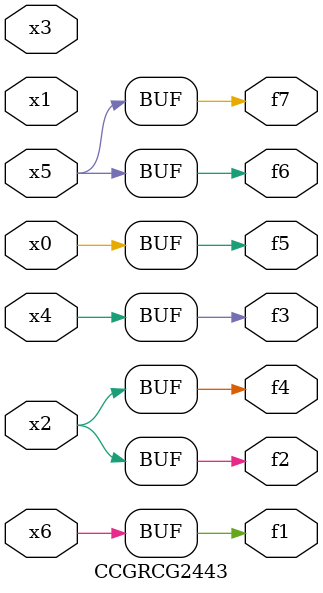
<source format=v>
module CCGRCG2443(
	input x0, x1, x2, x3, x4, x5, x6,
	output f1, f2, f3, f4, f5, f6, f7
);
	assign f1 = x6;
	assign f2 = x2;
	assign f3 = x4;
	assign f4 = x2;
	assign f5 = x0;
	assign f6 = x5;
	assign f7 = x5;
endmodule

</source>
